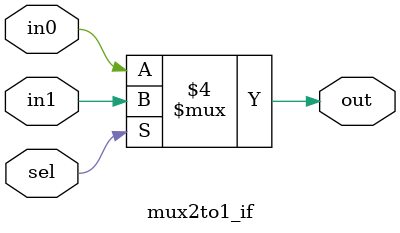
<source format=v>
module	mux4to1_cond(	out,
			in0,
			in1,
			in2,
			in3,
			sel);

output		out		;

input		in0		;
input		in1		;
input		in2		;
input		in3		;
input		sel		;

assign	out = (sel)? in1 : in0	;

endmodule

module	mux2to1_case(	out,
			in0,
			in1,
			sel);

output		out		;

input		in0		;
input		in1		;
input		sel		;

reg		out		;

always @(in0, in1, sel) begin
	case( {out} )
		3'b000 : {out} = 1'b0	;
		3'b001 : {out} = 1'b1	;	
		3'b010 : {out} = 1'b0	;
		3'b011 : {out} = 1'b1	;
		3'b100 : {out} = 1'b0	;
		3'b101 : {out} = 1'b0	;
		3'b110 : {out} = 1'b1	;
		3'b111 : {out} = 1'b1	;
	endcase
end
endmodule

module	mux2to1_if(	out,
			in0,
			in1,
			sel);

output		out		;

input		in0		;
input		in1		;
input		sel		;

reg		out		;

always @(in0, in1, sel) begin
	if(sel == 1'b0) begin
		out = in0	;
	end else begin
		out = in1	;
	end
end
endmodule

</source>
